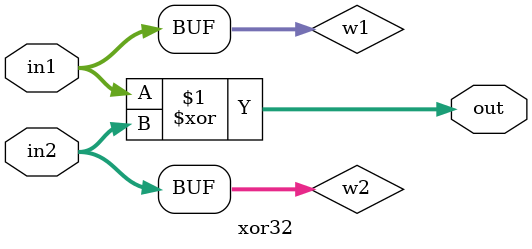
<source format=v>
module xor32(in1 ,in2 ,out);
  input [31:0] in1,in2;
  
  wire [31:0] w1,w2;
  
  output [31:0]out;
  
  assign w1 = in1;
  assign w2 = in2;
  
  assign out = w1^w2;
  
endmodule

</source>
